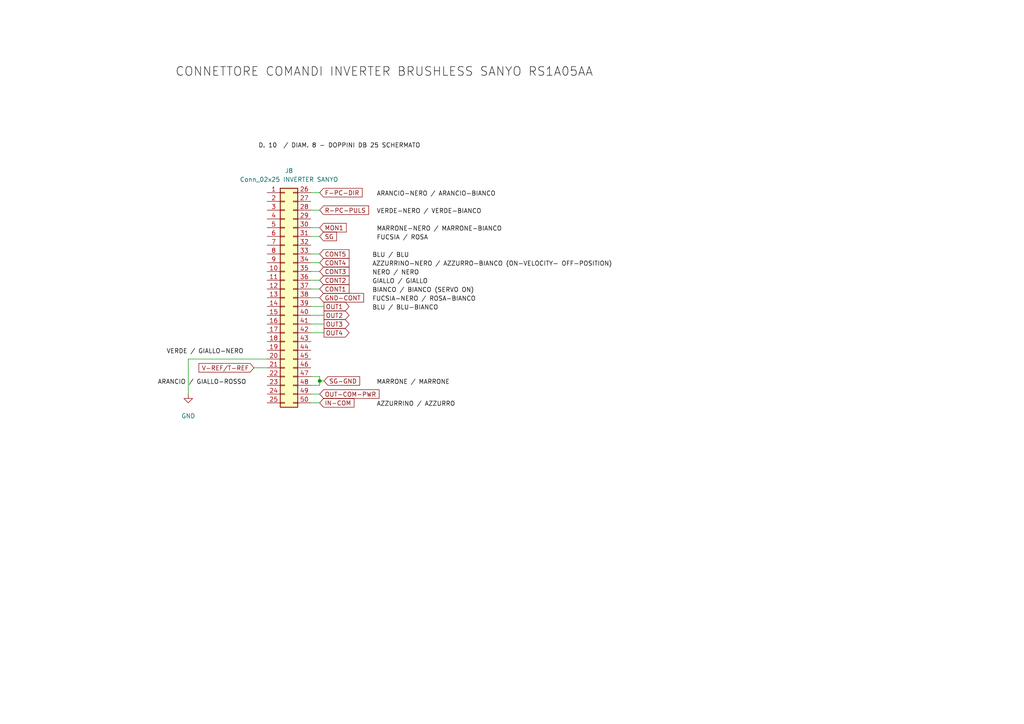
<source format=kicad_sch>
(kicad_sch (version 20250114) (generator "eeschema") (generator_version "9.0")
  (paper "A4")
  (lib_symbols
    (symbol "Connector_Generic:Conn_02x25_Top_Bottom" (pin_names (offset 1.016) (hide yes))
      (property "Reference" "J" (at 1.27 33.02 0))
      (property "Value" "Conn_02x25_Top_Bottom" (at 1.27 -33.02 0))
      (symbol "Conn_02x25_Top_Bottom_1_1"
        (rectangle (start -1.27 31.75) (end 3.81 -31.75) (stroke (width 0.254)) (fill (type background)))
        (rectangle (start -1.27 30.607) (end 0 30.353) (stroke (width 0.1524)))
        (rectangle (start -1.27 28.067) (end 0 27.813) (stroke (width 0.1524)))
        (rectangle (start -1.27 25.527) (end 0 25.273) (stroke (width 0.1524)))
        (rectangle (start -1.27 22.987) (end 0 22.733) (stroke (width 0.1524)))
        (rectangle (start -1.27 20.447) (end 0 20.193) (stroke (width 0.1524)))
        (rectangle (start -1.27 17.907) (end 0 17.653) (stroke (width 0.1524)))
        (rectangle (start -1.27 15.367) (end 0 15.113) (stroke (width 0.1524)))
        (rectangle (start -1.27 12.827) (end 0 12.573) (stroke (width 0.1524)))
        (rectangle (start -1.27 10.287) (end 0 10.033) (stroke (width 0.1524)))
        (rectangle (start -1.27 7.747) (end 0 7.493) (stroke (width 0.1524)))
        (rectangle (start -1.27 5.207) (end 0 4.953) (stroke (width 0.1524)))
        (rectangle (start -1.27 2.667) (end 0 2.413) (stroke (width 0.1524)))
        (rectangle (start -1.27 0.127) (end 0 -0.127) (stroke (width 0.1524)))
        (rectangle (start -1.27 -2.413) (end 0 -2.667) (stroke (width 0.1524)))
        (rectangle (start -1.27 -4.953) (end 0 -5.207) (stroke (width 0.1524)))
        (rectangle (start -1.27 -7.493) (end 0 -7.747) (stroke (width 0.1524)))
        (rectangle (start -1.27 -10.033) (end 0 -10.287) (stroke (width 0.1524)))
        (rectangle (start -1.27 -12.573) (end 0 -12.827) (stroke (width 0.1524)))
        (rectangle (start -1.27 -15.113) (end 0 -15.367) (stroke (width 0.1524)))
        (rectangle (start -1.27 -17.653) (end 0 -17.907) (stroke (width 0.1524)))
        (rectangle (start -1.27 -20.193) (end 0 -20.447) (stroke (width 0.1524)))
        (rectangle (start -1.27 -22.733) (end 0 -22.987) (stroke (width 0.1524)))
        (rectangle (start -1.27 -25.273) (end 0 -25.527) (stroke (width 0.1524)))
        (rectangle (start -1.27 -27.813) (end 0 -28.067) (stroke (width 0.1524)))
        (rectangle (start -1.27 -30.353) (end 0 -30.607) (stroke (width 0.1524)))
        (rectangle (start 3.81 30.607) (end 2.54 30.353) (stroke (width 0.1524)))
        (rectangle (start 3.81 28.067) (end 2.54 27.813) (stroke (width 0.1524)))
        (rectangle (start 3.81 25.527) (end 2.54 25.273) (stroke (width 0.1524)))
        (rectangle (start 3.81 22.987) (end 2.54 22.733) (stroke (width 0.1524)))
        (rectangle (start 3.81 20.447) (end 2.54 20.193) (stroke (width 0.1524)))
        (rectangle (start 3.81 17.907) (end 2.54 17.653) (stroke (width 0.1524)))
        (rectangle (start 3.81 15.367) (end 2.54 15.113) (stroke (width 0.1524)))
        (rectangle (start 3.81 12.827) (end 2.54 12.573) (stroke (width 0.1524)))
        (rectangle (start 3.81 10.287) (end 2.54 10.033) (stroke (width 0.1524)))
        (rectangle (start 3.81 7.747) (end 2.54 7.493) (stroke (width 0.1524)))
        (rectangle (start 3.81 5.207) (end 2.54 4.953) (stroke (width 0.1524)))
        (rectangle (start 3.81 2.667) (end 2.54 2.413) (stroke (width 0.1524)))
        (rectangle (start 3.81 0.127) (end 2.54 -0.127) (stroke (width 0.1524)))
        (rectangle (start 3.81 -2.413) (end 2.54 -2.667) (stroke (width 0.1524)))
        (rectangle (start 3.81 -4.953) (end 2.54 -5.207) (stroke (width 0.1524)))
        (rectangle (start 3.81 -7.493) (end 2.54 -7.747) (stroke (width 0.1524)))
        (rectangle (start 3.81 -10.033) (end 2.54 -10.287) (stroke (width 0.1524)))
        (rectangle (start 3.81 -12.573) (end 2.54 -12.827) (stroke (width 0.1524)))
        (rectangle (start 3.81 -15.113) (end 2.54 -15.367) (stroke (width 0.1524)))
        (rectangle (start 3.81 -17.653) (end 2.54 -17.907) (stroke (width 0.1524)))
        (rectangle (start 3.81 -20.193) (end 2.54 -20.447) (stroke (width 0.1524)))
        (rectangle (start 3.81 -22.733) (end 2.54 -22.987) (stroke (width 0.1524)))
        (rectangle (start 3.81 -25.273) (end 2.54 -25.527) (stroke (width 0.1524)))
        (rectangle (start 3.81 -27.813) (end 2.54 -28.067) (stroke (width 0.1524)))
        (rectangle (start 3.81 -30.353) (end 2.54 -30.607) (stroke (width 0.1524)))
        (pin passive line (at -5.08 30.48 0) (length 3.81) (name "Pin_1") (number "1"))
        (pin passive line (at -5.08 27.94 0) (length 3.81) (name "Pin_2") (number "2"))
        (pin passive line (at -5.08 25.4 0) (length 3.81) (name "Pin_3") (number "3"))
        (pin passive line (at -5.08 22.86 0) (length 3.81) (name "Pin_4") (number "4"))
        (pin passive line (at -5.08 20.32 0) (length 3.81) (name "Pin_5") (number "5"))
        (pin passive line (at -5.08 17.78 0) (length 3.81) (name "Pin_6") (number "6"))
        (pin passive line (at -5.08 15.24 0) (length 3.81) (name "Pin_7") (number "7"))
        (pin passive line (at -5.08 12.7 0) (length 3.81) (name "Pin_8") (number "8"))
        (pin passive line (at -5.08 10.16 0) (length 3.81) (name "Pin_9") (number "9"))
        (pin passive line (at -5.08 7.62 0) (length 3.81) (name "Pin_10") (number "10"))
        (pin passive line (at -5.08 5.08 0) (length 3.81) (name "Pin_11") (number "11"))
        (pin passive line (at -5.08 2.54 0) (length 3.81) (name "Pin_12") (number "12"))
        (pin passive line (at -5.08 0 0) (length 3.81) (name "Pin_13") (number "13"))
        (pin passive line (at -5.08 -2.54 0) (length 3.81) (name "Pin_14") (number "14"))
        (pin passive line (at -5.08 -5.08 0) (length 3.81) (name "Pin_15") (number "15"))
        (pin passive line (at -5.08 -7.62 0) (length 3.81) (name "Pin_16") (number "16"))
        (pin passive line (at -5.08 -10.16 0) (length 3.81) (name "Pin_17") (number "17"))
        (pin passive line (at -5.08 -12.7 0) (length 3.81) (name "Pin_18") (number "18"))
        (pin passive line (at -5.08 -15.24 0) (length 3.81) (name "Pin_19") (number "19"))
        (pin passive line (at -5.08 -17.78 0) (length 3.81) (name "Pin_20") (number "20"))
        (pin passive line (at -5.08 -20.32 0) (length 3.81) (name "Pin_21") (number "21"))
        (pin passive line (at -5.08 -22.86 0) (length 3.81) (name "Pin_22") (number "22"))
        (pin passive line (at -5.08 -25.4 0) (length 3.81) (name "Pin_23") (number "23"))
        (pin passive line (at -5.08 -27.94 0) (length 3.81) (name "Pin_24") (number "24"))
        (pin passive line (at -5.08 -30.48 0) (length 3.81) (name "Pin_25") (number "25"))
        (pin passive line (at 7.62 30.48 180) (length 3.81) (name "Pin_26") (number "26"))
        (pin passive line (at 7.62 27.94 180) (length 3.81) (name "Pin_27") (number "27"))
        (pin passive line (at 7.62 25.4 180) (length 3.81) (name "Pin_28") (number "28"))
        (pin passive line (at 7.62 22.86 180) (length 3.81) (name "Pin_29") (number "29"))
        (pin passive line (at 7.62 20.32 180) (length 3.81) (name "Pin_30") (number "30"))
        (pin passive line (at 7.62 17.78 180) (length 3.81) (name "Pin_31") (number "31"))
        (pin passive line (at 7.62 15.24 180) (length 3.81) (name "Pin_32") (number "32"))
        (pin passive line (at 7.62 12.7 180) (length 3.81) (name "Pin_33") (number "33"))
        (pin passive line (at 7.62 10.16 180) (length 3.81) (name "Pin_34") (number "34"))
        (pin passive line (at 7.62 7.62 180) (length 3.81) (name "Pin_35") (number "35"))
        (pin passive line (at 7.62 5.08 180) (length 3.81) (name "Pin_36") (number "36"))
        (pin passive line (at 7.62 2.54 180) (length 3.81) (name "Pin_37") (number "37"))
        (pin passive line (at 7.62 0 180) (length 3.81) (name "Pin_38") (number "38"))
        (pin passive line (at 7.62 -2.54 180) (length 3.81) (name "Pin_39") (number "39"))
        (pin passive line (at 7.62 -5.08 180) (length 3.81) (name "Pin_40") (number "40"))
        (pin passive line (at 7.62 -7.62 180) (length 3.81) (name "Pin_41") (number "41"))
        (pin passive line (at 7.62 -10.16 180) (length 3.81) (name "Pin_42") (number "42"))
        (pin passive line (at 7.62 -12.7 180) (length 3.81) (name "Pin_43") (number "43"))
        (pin passive line (at 7.62 -15.24 180) (length 3.81) (name "Pin_44") (number "44"))
        (pin passive line (at 7.62 -17.78 180) (length 3.81) (name "Pin_45") (number "45"))
        (pin passive line (at 7.62 -20.32 180) (length 3.81) (name "Pin_46") (number "46"))
        (pin passive line (at 7.62 -22.86 180) (length 3.81) (name "Pin_47") (number "47"))
        (pin passive line (at 7.62 -25.4 180) (length 3.81) (name "Pin_48") (number "48"))
        (pin passive line (at 7.62 -27.94 180) (length 3.81) (name "Pin_49") (number "49"))
        (pin passive line (at 7.62 -30.48 180) (length 3.81) (name "Pin_50") (number "50"))
      )
    )
    (symbol "power:GND" (power) (pin_numbers (hide yes)) (pin_names (offset 0) (hide yes))
      (property "Value" "GND" (at 0 -3.81 0))
      (symbol "GND_0_1"
        (polyline (pts (xy 0 0) (xy 0 -1.27) (xy 1.27 -1.27) (xy 0 -2.54) (xy -1.27 -1.27) (xy 0 -1.27)))
      )
      (symbol "GND_1_1"
        (pin power_in line (at 0 0 270) (length 0) (name "~") (number "1"))
      )
    )
  )
  (junction (at 92.71 110.49))
  (wire (pts (xy 90.17 93.98) (xy 93.98 93.98)))
  (wire (pts (xy 92.71 110.49) (xy 92.71 111.76)))
  (wire (pts (xy 90.17 55.88) (xy 92.71 55.88)))
  (wire (pts (xy 90.17 78.74) (xy 92.71 78.74)))
  (wire (pts (xy 90.17 81.28) (xy 92.71 81.28)))
  (wire (pts (xy 73.66 106.68) (xy 77.47 106.68)))
  (wire (pts (xy 90.17 66.04) (xy 92.71 66.04)))
  (wire (pts (xy 54.61 104.14) (xy 54.61 114.3)))
  (wire (pts (xy 90.17 60.96) (xy 92.71 60.96)))
  (wire (pts (xy 92.71 110.49) (xy 93.98 110.49)))
  (wire (pts (xy 90.17 114.3) (xy 92.71 114.3)))
  (wire (pts (xy 90.17 86.36) (xy 92.71 86.36)))
  (wire (pts (xy 92.71 111.76) (xy 90.17 111.76)))
  (wire (pts (xy 92.71 109.22) (xy 92.71 110.49)))
  (wire (pts (xy 90.17 88.9) (xy 93.98 88.9)))
  (wire (pts (xy 90.17 96.52) (xy 93.98 96.52)))
  (wire (pts (xy 90.17 76.2) (xy 92.71 76.2)))
  (wire (pts (xy 90.17 116.84) (xy 92.71 116.84)))
  (wire (pts (xy 90.17 83.82) (xy 92.71 83.82)))
  (wire (pts (xy 90.17 91.44) (xy 93.98 91.44)))
  (wire (pts (xy 90.17 68.58) (xy 92.71 68.58)))
  (wire (pts (xy 90.17 73.66) (xy 92.71 73.66)))
  (wire (pts (xy 90.17 109.22) (xy 92.71 109.22)))
  (wire (pts (xy 77.47 104.14) (xy 54.61 104.14)))
  (label "BIANCO {slash} BIANCO (SERVO ON)" (at 107.95 85.09 0))
  (label "MARRONE-NERO {slash} MARRONE-BIANCO" (at 109.22 67.31 0))
  (label "BLU {slash} BLU-BIANCO" (at 107.95 90.17 0))
  (label "AZZURRINO {slash} AZZURRO" (at 109.22 118.11 0))
  (label "AZZURRINO-NERO {slash} AZZURRO-BIANCO (ON-VELOCITY- OFF-POSITION)" (at 107.95 77.47 0))
  (label "BLU {slash} BLU" (at 107.95 74.93 0))
  (label "GIALLO {slash} GIALLO" (at 107.95 82.55 0))
  (label "VERDE-NERO {slash} VERDE-BIANCO" (at 109.22 62.23 0))
  (label "D. 10  {slash} DIAM. 8 - DOPPINI DB 25 SCHERMATO" (at 74.93 43.18 0))
  (label "MARRONE {slash} MARRONE" (at 109.22 111.76 0))
  (label "VERDE {slash} GIALLO-NERO" (at 48.26 102.87 0))
  (label "FUCSIA {slash} ROSA" (at 109.22 69.85 0))
  (label "NERO {slash} NERO" (at 107.95 80.01 0))
  (label "CONNETTORE COMANDI INVERTER BRUSHLESS SANYO RS1A05AA" (at 50.8 22.86 0) (effects (font (size 2.54 2.54))))
  (label "FUCSIA-NERO {slash} ROSA-BIANCO" (at 107.95 87.63 0))
  (label "ARANCIO-NERO {slash} ARANCIO-BIANCO" (at 109.22 57.15 0))
  (label "ARANCIO {slash} GIALLO-ROSSO" (at 45.72 111.76 0))
  (global_label "CONT1" (shape input) (at 92.71 83.82 0) (property "Intersheetrefs" "${INTERSHEET_REFS}" (effects (hide yes))))
  (global_label "SG-GND" (shape input) (at 93.98 110.49 0) (property "Intersheetrefs" "${INTERSHEET_REFS}" (effects (hide yes))))
  (global_label "IN-COM" (shape input) (at 92.71 116.84 0) (property "Intersheetrefs" "${INTERSHEET_REFS}" (effects (hide yes))))
  (global_label "GND-CONT" (shape input) (at 92.71 86.36 0) (property "Intersheetrefs" "${INTERSHEET_REFS}" (effects (hide yes))))
  (global_label "CONT4" (shape input) (at 92.71 76.2 0) (property "Intersheetrefs" "${INTERSHEET_REFS}" (effects (hide yes))))
  (global_label "OUT-COM-PWR" (shape input) (at 92.71 114.3 0) (property "Intersheetrefs" "${INTERSHEET_REFS}" (effects (hide yes))))
  (global_label "OUT4" (shape output) (at 93.98 96.52 0) (property "Intersheetrefs" "${INTERSHEET_REFS}" (effects (hide yes))))
  (global_label "V-REF{slash}T-REF" (shape input) (at 73.66 106.68 180) (property "Intersheetrefs" "${INTERSHEET_REFS}" (effects (hide yes))))
  (global_label "MON1" (shape input) (at 92.71 66.04 0) (property "Intersheetrefs" "${INTERSHEET_REFS}" (effects (hide yes))))
  (global_label "R-PC-PULS" (shape input) (at 92.71 60.96 0) (property "Intersheetrefs" "${INTERSHEET_REFS}" (effects (hide yes))))
  (global_label "OUT3" (shape output) (at 93.98 93.98 0) (property "Intersheetrefs" "${INTERSHEET_REFS}" (effects (hide yes))))
  (global_label "OUT2" (shape output) (at 93.98 91.44 0) (property "Intersheetrefs" "${INTERSHEET_REFS}" (effects (hide yes))))
  (global_label "F-PC-DIR" (shape input) (at 92.71 55.88 0) (property "Intersheetrefs" "${INTERSHEET_REFS}" (effects (hide yes))))
  (global_label "CONT3" (shape input) (at 92.71 78.74 0) (property "Intersheetrefs" "${INTERSHEET_REFS}" (effects (hide yes))))
  (global_label "CONT5" (shape input) (at 92.71 73.66 0) (property "Intersheetrefs" "${INTERSHEET_REFS}" (effects (hide yes))))
  (global_label "CONT2" (shape input) (at 92.71 81.28 0) (property "Intersheetrefs" "${INTERSHEET_REFS}" (effects (hide yes))))
  (global_label "SG" (shape input) (at 92.71 68.58 0) (property "Intersheetrefs" "${INTERSHEET_REFS}" (effects (hide yes))))
  (global_label "OUT1" (shape output) (at 93.98 88.9 0) (property "Intersheetrefs" "${INTERSHEET_REFS}" (effects (hide yes))))
  (symbol (lib_id "Connector_Generic:Conn_02x25_Top_Bottom") (at 82.55 86.36 0) (unit 1)
    (property "Reference" "J8" (at 83.82 49.53 0))
    (property "Value" "Conn_02x25 INVERTER SANYO" (at 83.82 52.07 0))
    (property "Description" "Generic connector, double row, 02x25, top/bottom pin numbering scheme (row 1: 1...pins_per_row, row2: pins_per_row+1 ... num_pins), script generated (kicad-library-utils/schlib/autogen/connector/)" (effects (hide yes)))
  )
  (symbol (lib_id "power:GND") (at 54.61 114.3 0) (unit 1)
    (property "Reference" "#PWR08" (effects (hide yes)))
    (property "Value" "GND" (at 54.61 120.65 0))
    (property "Description" "Power symbol creates a global label with name \"GND\" , ground" (effects (hide yes)))
  )
)
</source>
